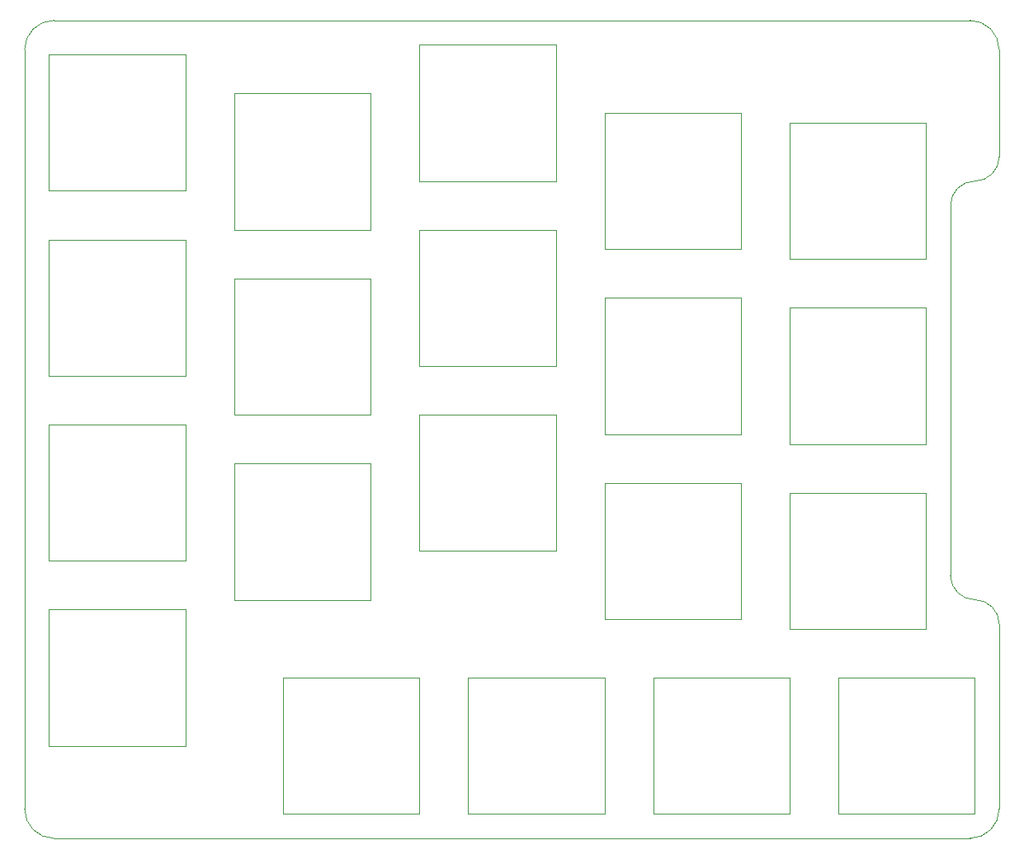
<source format=gbr>
G04 #@! TF.GenerationSoftware,KiCad,Pcbnew,(5.1.0)-1*
G04 #@! TF.CreationDate,2020-01-03T18:30:48+09:00*
G04 #@! TF.ProjectId,100cm^3,31303063-6d5e-4332-9e6b-696361645f70,rev?*
G04 #@! TF.SameCoordinates,Original*
G04 #@! TF.FileFunction,Profile,NP*
%FSLAX46Y46*%
G04 Gerber Fmt 4.6, Leading zero omitted, Abs format (unit mm)*
G04 Created by KiCad (PCBNEW (5.1.0)-1) date 2020-01-03 18:30:48*
%MOMM*%
%LPD*%
G04 APERTURE LIST*
%ADD10C,0.050000*%
G04 APERTURE END LIST*
D10*
X70000000Y-73000000D02*
G75*
G02X73000000Y-70000000I3000000J0D01*
G01*
X167000000Y-70000000D02*
G75*
G02X170000000Y-73000000I0J-3000000D01*
G01*
X170000000Y-151000000D02*
G75*
G02X167000000Y-154000000I-3000000J0D01*
G01*
X73000000Y-154000000D02*
G75*
G02X70000000Y-151000000I0J3000000D01*
G01*
X110500000Y-105500000D02*
X110500000Y-91500000D01*
X110500000Y-86500000D02*
X110500000Y-72500000D01*
X129500000Y-93500000D02*
X129500000Y-79500000D01*
X129500000Y-112500000D02*
X129500000Y-98500000D01*
X124500000Y-91500000D02*
X124500000Y-105500000D01*
X124500000Y-72500000D02*
X124500000Y-86500000D01*
X170000000Y-84000000D02*
X170000000Y-73000000D01*
X170000000Y-151000000D02*
X170000000Y-132000000D01*
X170000000Y-84000000D02*
G75*
G02X167500000Y-86500000I-2500000J0D01*
G01*
X165000000Y-89000000D02*
G75*
G02X167500000Y-86500000I2500000J0D01*
G01*
X167500000Y-129500000D02*
G75*
G02X170000000Y-132000000I0J-2500000D01*
G01*
X167500000Y-129500000D02*
G75*
G02X165000000Y-127000000I0J2500000D01*
G01*
X165000000Y-89000000D02*
X165000000Y-127000000D01*
X96500000Y-151500000D02*
X96500000Y-137500000D01*
X96500000Y-137500000D02*
X110500000Y-137500000D01*
X110500000Y-151500000D02*
X96500000Y-151500000D01*
X110500000Y-137500000D02*
X110500000Y-151500000D01*
X115500000Y-151500000D02*
X115500000Y-137500000D01*
X115500000Y-137500000D02*
X129500000Y-137500000D01*
X129500000Y-151500000D02*
X115500000Y-151500000D01*
X129500000Y-137500000D02*
X129500000Y-151500000D01*
X134500000Y-151500000D02*
X134500000Y-137500000D01*
X134500000Y-137500000D02*
X148500000Y-137500000D01*
X148500000Y-151500000D02*
X134500000Y-151500000D01*
X148500000Y-137500000D02*
X148500000Y-151500000D01*
X153500000Y-151500000D02*
X153500000Y-137500000D01*
X153500000Y-137500000D02*
X167500000Y-137500000D01*
X167500000Y-151500000D02*
X153500000Y-151500000D01*
X167500000Y-137500000D02*
X167500000Y-151500000D01*
X148500000Y-132500000D02*
X148500000Y-118500000D01*
X148500000Y-118500000D02*
X162500000Y-118500000D01*
X162500000Y-132500000D02*
X148500000Y-132500000D01*
X162500000Y-118500000D02*
X162500000Y-132500000D01*
X148500000Y-113500000D02*
X148500000Y-99500000D01*
X148500000Y-99500000D02*
X162500000Y-99500000D01*
X162500000Y-113500000D02*
X148500000Y-113500000D01*
X162500000Y-99500000D02*
X162500000Y-113500000D01*
X148500000Y-94500000D02*
X148500000Y-80500000D01*
X148500000Y-80500000D02*
X162500000Y-80500000D01*
X162500000Y-94500000D02*
X148500000Y-94500000D01*
X162500000Y-80500000D02*
X162500000Y-94500000D01*
X129500000Y-131500000D02*
X129500000Y-117500000D01*
X129500000Y-117500000D02*
X143500000Y-117500000D01*
X143500000Y-131500000D02*
X129500000Y-131500000D01*
X143500000Y-117500000D02*
X143500000Y-131500000D01*
X129500000Y-98500000D02*
X143500000Y-98500000D01*
X143500000Y-112500000D02*
X129500000Y-112500000D01*
X143500000Y-98500000D02*
X143500000Y-112500000D01*
X129500000Y-79500000D02*
X143500000Y-79500000D01*
X143500000Y-93500000D02*
X129500000Y-93500000D01*
X143500000Y-79500000D02*
X143500000Y-93500000D01*
X110500000Y-124500000D02*
X110500000Y-110500000D01*
X110500000Y-110500000D02*
X124500000Y-110500000D01*
X124500000Y-124500000D02*
X110500000Y-124500000D01*
X124500000Y-110500000D02*
X124500000Y-124500000D01*
X110500000Y-91500000D02*
X124500000Y-91500000D01*
X124500000Y-105500000D02*
X110500000Y-105500000D01*
X110500000Y-72500000D02*
X124500000Y-72500000D01*
X124500000Y-86500000D02*
X110500000Y-86500000D01*
X91500000Y-129500000D02*
X91500000Y-115500000D01*
X91500000Y-115500000D02*
X105500000Y-115500000D01*
X105500000Y-129500000D02*
X91500000Y-129500000D01*
X105500000Y-115500000D02*
X105500000Y-129500000D01*
X91500000Y-110500000D02*
X91500000Y-96500000D01*
X91500000Y-96500000D02*
X105500000Y-96500000D01*
X105500000Y-110500000D02*
X91500000Y-110500000D01*
X105500000Y-96500000D02*
X105500000Y-110500000D01*
X91500000Y-91500000D02*
X91500000Y-77500000D01*
X91500000Y-77500000D02*
X105500000Y-77500000D01*
X105500000Y-91500000D02*
X91500000Y-91500000D01*
X105500000Y-77500000D02*
X105500000Y-91500000D01*
X72500000Y-144500000D02*
X72500000Y-130500000D01*
X72500000Y-130500000D02*
X86500000Y-130500000D01*
X86500000Y-144500000D02*
X72500000Y-144500000D01*
X86500000Y-130500000D02*
X86500000Y-144500000D01*
X72500000Y-125500000D02*
X72500000Y-111500000D01*
X72500000Y-111500000D02*
X86500000Y-111500000D01*
X86500000Y-125500000D02*
X72500000Y-125500000D01*
X86500000Y-111500000D02*
X86500000Y-125500000D01*
X72500000Y-92500000D02*
X86500000Y-92500000D01*
X86500000Y-92500000D02*
X86500000Y-106500000D01*
X86500000Y-106500000D02*
X72500000Y-106500000D01*
X72500000Y-106500000D02*
X72500000Y-92500000D01*
X72500000Y-87500000D02*
X72500000Y-73500000D01*
X86500000Y-87500000D02*
X72500000Y-87500000D01*
X86500000Y-73500000D02*
X86500000Y-87500000D01*
X72500000Y-73500000D02*
X86500000Y-73500000D01*
X70000000Y-151000000D02*
X70000000Y-73000000D01*
X167000000Y-154000000D02*
X73000000Y-154000000D01*
X73000000Y-70000000D02*
X167000000Y-70000000D01*
M02*

</source>
